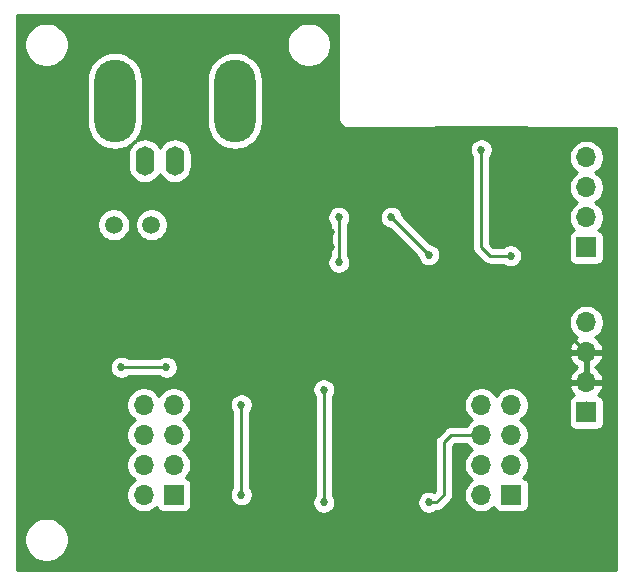
<source format=gbr>
G04 #@! TF.GenerationSoftware,KiCad,Pcbnew,5.1.5*
G04 #@! TF.CreationDate,2020-02-28T10:53:43-06:00*
G04 #@! TF.ProjectId,pcb,7063622e-6b69-4636-9164-5f7063625858,rev?*
G04 #@! TF.SameCoordinates,Original*
G04 #@! TF.FileFunction,Copper,L2,Bot*
G04 #@! TF.FilePolarity,Positive*
%FSLAX46Y46*%
G04 Gerber Fmt 4.6, Leading zero omitted, Abs format (unit mm)*
G04 Created by KiCad (PCBNEW 5.1.5) date 2020-02-28 10:53:43*
%MOMM*%
%LPD*%
G04 APERTURE LIST*
%ADD10C,1.500000*%
%ADD11O,1.700000X1.700000*%
%ADD12R,1.700000X1.700000*%
%ADD13O,1.600000X2.500000*%
%ADD14O,3.500000X7.000000*%
%ADD15C,0.685800*%
%ADD16C,0.254000*%
G04 APERTURE END LIST*
D10*
X20320000Y-78740000D03*
X23495000Y-78740000D03*
D11*
X22860000Y-93980000D03*
X25400000Y-93980000D03*
X22860000Y-96520000D03*
X25400000Y-96520000D03*
X22860000Y-99060000D03*
X25400000Y-99060000D03*
X22860000Y-101600000D03*
D12*
X25400000Y-101600000D03*
D13*
X22940000Y-73320000D03*
X25480000Y-73320000D03*
D14*
X30560000Y-68240000D03*
X20400000Y-68240000D03*
D11*
X51435000Y-93980000D03*
X53975000Y-93980000D03*
X51435000Y-96520000D03*
X53975000Y-96520000D03*
X51435000Y-99060000D03*
X53975000Y-99060000D03*
X51435000Y-101600000D03*
D12*
X53975000Y-101600000D03*
D11*
X60325000Y-73025000D03*
X60325000Y-75565000D03*
X60325000Y-78105000D03*
D12*
X60325000Y-80645000D03*
D11*
X60325000Y-86995000D03*
X60325000Y-89535000D03*
X60325000Y-92075000D03*
D12*
X60325000Y-94615000D03*
D15*
X41275000Y-86360000D03*
X48895000Y-86995000D03*
X53975000Y-86995000D03*
X45085000Y-105410000D03*
X41275000Y-83820000D03*
X45085000Y-102870000D03*
X44450000Y-90170000D03*
X55880000Y-72390000D03*
X43815000Y-73025000D03*
X43180000Y-95250000D03*
X42545000Y-99695000D03*
X38735000Y-79375000D03*
X38735000Y-80645000D03*
X38100000Y-92710000D03*
X38100000Y-102235000D03*
X39370000Y-81915000D03*
X39370000Y-78105000D03*
X43815000Y-78105000D03*
X46990000Y-81280000D03*
X53910000Y-81345000D03*
X51435000Y-72390000D03*
X31115000Y-93980000D03*
X31115000Y-101600000D03*
X46990000Y-102235000D03*
X20955000Y-90805000D03*
X24765000Y-90805000D03*
D16*
X41275000Y-83820000D02*
X41275000Y-86360000D01*
X41275000Y-86995000D02*
X44450000Y-90170000D01*
X41275000Y-86360000D02*
X41275000Y-86995000D01*
X47625000Y-86995000D02*
X44450000Y-90170000D01*
X48895000Y-86995000D02*
X47625000Y-86995000D01*
X48895000Y-86995000D02*
X53975000Y-86995000D01*
X44450000Y-90170000D02*
X43180000Y-91440000D01*
X43180000Y-91440000D02*
X43180000Y-95250000D01*
X43180000Y-100965000D02*
X45085000Y-102870000D01*
X45085000Y-102870000D02*
X45085000Y-105410000D01*
X60325000Y-89535000D02*
X60325000Y-92075000D01*
X57785000Y-86995000D02*
X60325000Y-89535000D01*
X56515000Y-86995000D02*
X57785000Y-86995000D01*
X55880000Y-72390000D02*
X55880000Y-86995000D01*
X53975000Y-86995000D02*
X55880000Y-86995000D01*
X55880000Y-86995000D02*
X56515000Y-86995000D01*
X55245000Y-70485000D02*
X55880000Y-71120000D01*
X47625000Y-70485000D02*
X55245000Y-70485000D01*
X55880000Y-71120000D02*
X55880000Y-72390000D01*
X43815000Y-73025000D02*
X45085000Y-73025000D01*
X45085000Y-73025000D02*
X47625000Y-70485000D01*
X55880000Y-86995000D02*
X55880000Y-86995000D01*
X43180000Y-95250000D02*
X43180000Y-97790000D01*
X42545000Y-99695000D02*
X43180000Y-99695000D01*
X43180000Y-97790000D02*
X43180000Y-99695000D01*
X43180000Y-99695000D02*
X43180000Y-100965000D01*
X38735000Y-79375000D02*
X38735000Y-80645000D01*
X38100000Y-92710000D02*
X38100000Y-102235000D01*
X38100000Y-102235000D02*
X38100000Y-102235000D01*
X39370000Y-81915000D02*
X39370000Y-78105000D01*
X39370000Y-78105000D02*
X39370000Y-78105000D01*
X43815000Y-78105000D02*
X46990000Y-81280000D01*
X46990000Y-81280000D02*
X46990000Y-81280000D01*
X52135000Y-81345000D02*
X51435000Y-80645000D01*
X51435000Y-80645000D02*
X51435000Y-73025000D01*
X53910000Y-81345000D02*
X52135000Y-81345000D01*
X51435000Y-73025000D02*
X51435000Y-72390000D01*
X51435000Y-72390000D02*
X51435000Y-72390000D01*
X60325000Y-94615000D02*
X60325000Y-93746514D01*
X31115000Y-93980000D02*
X31115000Y-101600000D01*
X46990000Y-102235000D02*
X46990000Y-102235000D01*
X48260000Y-97155000D02*
X48895000Y-96520000D01*
X48895000Y-96520000D02*
X51435000Y-96520000D01*
X46990000Y-102235000D02*
X47625000Y-102235000D01*
X47625000Y-102235000D02*
X48260000Y-101600000D01*
X48260000Y-101600000D02*
X48260000Y-97155000D01*
X20955000Y-90805000D02*
X24765000Y-90805000D01*
X24765000Y-90805000D02*
X24765000Y-90805000D01*
G36*
X39345001Y-69817571D02*
G01*
X39341807Y-69850000D01*
X39354550Y-69979383D01*
X39392290Y-70103793D01*
X39453575Y-70218450D01*
X39536052Y-70318948D01*
X39636550Y-70401425D01*
X39751207Y-70462710D01*
X39875617Y-70500450D01*
X39972581Y-70510000D01*
X40005000Y-70513193D01*
X40037419Y-70510000D01*
X62840000Y-70510000D01*
X62840001Y-107925000D01*
X12090000Y-107925000D01*
X12090000Y-105224344D01*
X12720000Y-105224344D01*
X12720000Y-105595656D01*
X12792439Y-105959834D01*
X12934534Y-106302882D01*
X13140825Y-106611618D01*
X13403382Y-106874175D01*
X13712118Y-107080466D01*
X14055166Y-107222561D01*
X14419344Y-107295000D01*
X14790656Y-107295000D01*
X15154834Y-107222561D01*
X15497882Y-107080466D01*
X15806618Y-106874175D01*
X16069175Y-106611618D01*
X16275466Y-106302882D01*
X16417561Y-105959834D01*
X16490000Y-105595656D01*
X16490000Y-105224344D01*
X16417561Y-104860166D01*
X16275466Y-104517118D01*
X16069175Y-104208382D01*
X15806618Y-103945825D01*
X15497882Y-103739534D01*
X15154834Y-103597439D01*
X14790656Y-103525000D01*
X14419344Y-103525000D01*
X14055166Y-103597439D01*
X13712118Y-103739534D01*
X13403382Y-103945825D01*
X13140825Y-104208382D01*
X12934534Y-104517118D01*
X12792439Y-104860166D01*
X12720000Y-105224344D01*
X12090000Y-105224344D01*
X12090000Y-93833740D01*
X21375000Y-93833740D01*
X21375000Y-94126260D01*
X21432068Y-94413158D01*
X21544010Y-94683411D01*
X21706525Y-94926632D01*
X21913368Y-95133475D01*
X22087760Y-95250000D01*
X21913368Y-95366525D01*
X21706525Y-95573368D01*
X21544010Y-95816589D01*
X21432068Y-96086842D01*
X21375000Y-96373740D01*
X21375000Y-96666260D01*
X21432068Y-96953158D01*
X21544010Y-97223411D01*
X21706525Y-97466632D01*
X21913368Y-97673475D01*
X22087760Y-97790000D01*
X21913368Y-97906525D01*
X21706525Y-98113368D01*
X21544010Y-98356589D01*
X21432068Y-98626842D01*
X21375000Y-98913740D01*
X21375000Y-99206260D01*
X21432068Y-99493158D01*
X21544010Y-99763411D01*
X21706525Y-100006632D01*
X21913368Y-100213475D01*
X22087760Y-100330000D01*
X21913368Y-100446525D01*
X21706525Y-100653368D01*
X21544010Y-100896589D01*
X21432068Y-101166842D01*
X21375000Y-101453740D01*
X21375000Y-101746260D01*
X21432068Y-102033158D01*
X21544010Y-102303411D01*
X21706525Y-102546632D01*
X21913368Y-102753475D01*
X22156589Y-102915990D01*
X22426842Y-103027932D01*
X22713740Y-103085000D01*
X23006260Y-103085000D01*
X23293158Y-103027932D01*
X23563411Y-102915990D01*
X23806632Y-102753475D01*
X23938487Y-102621620D01*
X23960498Y-102694180D01*
X24019463Y-102804494D01*
X24098815Y-102901185D01*
X24195506Y-102980537D01*
X24305820Y-103039502D01*
X24425518Y-103075812D01*
X24550000Y-103088072D01*
X26250000Y-103088072D01*
X26374482Y-103075812D01*
X26494180Y-103039502D01*
X26604494Y-102980537D01*
X26701185Y-102901185D01*
X26780537Y-102804494D01*
X26839502Y-102694180D01*
X26875812Y-102574482D01*
X26888072Y-102450000D01*
X26888072Y-100750000D01*
X26875812Y-100625518D01*
X26839502Y-100505820D01*
X26780537Y-100395506D01*
X26701185Y-100298815D01*
X26604494Y-100219463D01*
X26494180Y-100160498D01*
X26421620Y-100138487D01*
X26553475Y-100006632D01*
X26715990Y-99763411D01*
X26827932Y-99493158D01*
X26885000Y-99206260D01*
X26885000Y-98913740D01*
X26827932Y-98626842D01*
X26715990Y-98356589D01*
X26553475Y-98113368D01*
X26346632Y-97906525D01*
X26172240Y-97790000D01*
X26346632Y-97673475D01*
X26553475Y-97466632D01*
X26715990Y-97223411D01*
X26827932Y-96953158D01*
X26885000Y-96666260D01*
X26885000Y-96373740D01*
X26827932Y-96086842D01*
X26715990Y-95816589D01*
X26553475Y-95573368D01*
X26346632Y-95366525D01*
X26172240Y-95250000D01*
X26346632Y-95133475D01*
X26553475Y-94926632D01*
X26715990Y-94683411D01*
X26827932Y-94413158D01*
X26885000Y-94126260D01*
X26885000Y-93883685D01*
X30137100Y-93883685D01*
X30137100Y-94076315D01*
X30174680Y-94265243D01*
X30248396Y-94443210D01*
X30353000Y-94599761D01*
X30353001Y-100980238D01*
X30248396Y-101136790D01*
X30174680Y-101314757D01*
X30137100Y-101503685D01*
X30137100Y-101696315D01*
X30174680Y-101885243D01*
X30248396Y-102063210D01*
X30355415Y-102223375D01*
X30491625Y-102359585D01*
X30651790Y-102466604D01*
X30829757Y-102540320D01*
X31018685Y-102577900D01*
X31211315Y-102577900D01*
X31400243Y-102540320D01*
X31578210Y-102466604D01*
X31738375Y-102359585D01*
X31874585Y-102223375D01*
X31981604Y-102063210D01*
X32055320Y-101885243D01*
X32092900Y-101696315D01*
X32092900Y-101503685D01*
X32055320Y-101314757D01*
X31981604Y-101136790D01*
X31877000Y-100980239D01*
X31877000Y-94599761D01*
X31981604Y-94443210D01*
X32055320Y-94265243D01*
X32092900Y-94076315D01*
X32092900Y-93883685D01*
X32055320Y-93694757D01*
X31981604Y-93516790D01*
X31874585Y-93356625D01*
X31738375Y-93220415D01*
X31578210Y-93113396D01*
X31400243Y-93039680D01*
X31211315Y-93002100D01*
X31018685Y-93002100D01*
X30829757Y-93039680D01*
X30651790Y-93113396D01*
X30491625Y-93220415D01*
X30355415Y-93356625D01*
X30248396Y-93516790D01*
X30174680Y-93694757D01*
X30137100Y-93883685D01*
X26885000Y-93883685D01*
X26885000Y-93833740D01*
X26827932Y-93546842D01*
X26715990Y-93276589D01*
X26553475Y-93033368D01*
X26346632Y-92826525D01*
X26103411Y-92664010D01*
X25981916Y-92613685D01*
X37122100Y-92613685D01*
X37122100Y-92806315D01*
X37159680Y-92995243D01*
X37233396Y-93173210D01*
X37338000Y-93329761D01*
X37338001Y-101615238D01*
X37233396Y-101771790D01*
X37159680Y-101949757D01*
X37122100Y-102138685D01*
X37122100Y-102331315D01*
X37159680Y-102520243D01*
X37233396Y-102698210D01*
X37340415Y-102858375D01*
X37476625Y-102994585D01*
X37636790Y-103101604D01*
X37814757Y-103175320D01*
X38003685Y-103212900D01*
X38196315Y-103212900D01*
X38385243Y-103175320D01*
X38563210Y-103101604D01*
X38723375Y-102994585D01*
X38859585Y-102858375D01*
X38966604Y-102698210D01*
X39040320Y-102520243D01*
X39077900Y-102331315D01*
X39077900Y-102138685D01*
X46012100Y-102138685D01*
X46012100Y-102331315D01*
X46049680Y-102520243D01*
X46123396Y-102698210D01*
X46230415Y-102858375D01*
X46366625Y-102994585D01*
X46526790Y-103101604D01*
X46704757Y-103175320D01*
X46893685Y-103212900D01*
X47086315Y-103212900D01*
X47275243Y-103175320D01*
X47453210Y-103101604D01*
X47606911Y-102998904D01*
X47625000Y-103000686D01*
X47662423Y-102997000D01*
X47662426Y-102997000D01*
X47774378Y-102985974D01*
X47918015Y-102942402D01*
X48050392Y-102871645D01*
X48166422Y-102776422D01*
X48190284Y-102747346D01*
X48772347Y-102165283D01*
X48801422Y-102141422D01*
X48890272Y-102033158D01*
X48896645Y-102025393D01*
X48967401Y-101893016D01*
X48967402Y-101893015D01*
X49010974Y-101749378D01*
X49022000Y-101637426D01*
X49022000Y-101637423D01*
X49025686Y-101600000D01*
X49022000Y-101562577D01*
X49022000Y-97470630D01*
X49210630Y-97282000D01*
X50158158Y-97282000D01*
X50281525Y-97466632D01*
X50488368Y-97673475D01*
X50662760Y-97790000D01*
X50488368Y-97906525D01*
X50281525Y-98113368D01*
X50119010Y-98356589D01*
X50007068Y-98626842D01*
X49950000Y-98913740D01*
X49950000Y-99206260D01*
X50007068Y-99493158D01*
X50119010Y-99763411D01*
X50281525Y-100006632D01*
X50488368Y-100213475D01*
X50662760Y-100330000D01*
X50488368Y-100446525D01*
X50281525Y-100653368D01*
X50119010Y-100896589D01*
X50007068Y-101166842D01*
X49950000Y-101453740D01*
X49950000Y-101746260D01*
X50007068Y-102033158D01*
X50119010Y-102303411D01*
X50281525Y-102546632D01*
X50488368Y-102753475D01*
X50731589Y-102915990D01*
X51001842Y-103027932D01*
X51288740Y-103085000D01*
X51581260Y-103085000D01*
X51868158Y-103027932D01*
X52138411Y-102915990D01*
X52381632Y-102753475D01*
X52513487Y-102621620D01*
X52535498Y-102694180D01*
X52594463Y-102804494D01*
X52673815Y-102901185D01*
X52770506Y-102980537D01*
X52880820Y-103039502D01*
X53000518Y-103075812D01*
X53125000Y-103088072D01*
X54825000Y-103088072D01*
X54949482Y-103075812D01*
X55069180Y-103039502D01*
X55179494Y-102980537D01*
X55276185Y-102901185D01*
X55355537Y-102804494D01*
X55414502Y-102694180D01*
X55450812Y-102574482D01*
X55463072Y-102450000D01*
X55463072Y-100750000D01*
X55450812Y-100625518D01*
X55414502Y-100505820D01*
X55355537Y-100395506D01*
X55276185Y-100298815D01*
X55179494Y-100219463D01*
X55069180Y-100160498D01*
X54996620Y-100138487D01*
X55128475Y-100006632D01*
X55290990Y-99763411D01*
X55402932Y-99493158D01*
X55460000Y-99206260D01*
X55460000Y-98913740D01*
X55402932Y-98626842D01*
X55290990Y-98356589D01*
X55128475Y-98113368D01*
X54921632Y-97906525D01*
X54747240Y-97790000D01*
X54921632Y-97673475D01*
X55128475Y-97466632D01*
X55290990Y-97223411D01*
X55402932Y-96953158D01*
X55460000Y-96666260D01*
X55460000Y-96373740D01*
X55402932Y-96086842D01*
X55290990Y-95816589D01*
X55128475Y-95573368D01*
X54921632Y-95366525D01*
X54747240Y-95250000D01*
X54921632Y-95133475D01*
X55128475Y-94926632D01*
X55290990Y-94683411D01*
X55402932Y-94413158D01*
X55460000Y-94126260D01*
X55460000Y-93833740D01*
X55446327Y-93765000D01*
X58836928Y-93765000D01*
X58836928Y-95465000D01*
X58849188Y-95589482D01*
X58885498Y-95709180D01*
X58944463Y-95819494D01*
X59023815Y-95916185D01*
X59120506Y-95995537D01*
X59230820Y-96054502D01*
X59350518Y-96090812D01*
X59475000Y-96103072D01*
X61175000Y-96103072D01*
X61299482Y-96090812D01*
X61419180Y-96054502D01*
X61529494Y-95995537D01*
X61626185Y-95916185D01*
X61705537Y-95819494D01*
X61764502Y-95709180D01*
X61800812Y-95589482D01*
X61813072Y-95465000D01*
X61813072Y-93765000D01*
X61800812Y-93640518D01*
X61764502Y-93520820D01*
X61705537Y-93410506D01*
X61626185Y-93313815D01*
X61529494Y-93234463D01*
X61419180Y-93175498D01*
X61338534Y-93151034D01*
X61422588Y-93075269D01*
X61596641Y-92841920D01*
X61721825Y-92579099D01*
X61766476Y-92431890D01*
X61645155Y-92202000D01*
X60452000Y-92202000D01*
X60452000Y-92222000D01*
X60198000Y-92222000D01*
X60198000Y-92202000D01*
X59004845Y-92202000D01*
X58883524Y-92431890D01*
X58928175Y-92579099D01*
X59053359Y-92841920D01*
X59227412Y-93075269D01*
X59311466Y-93151034D01*
X59230820Y-93175498D01*
X59120506Y-93234463D01*
X59023815Y-93313815D01*
X58944463Y-93410506D01*
X58885498Y-93520820D01*
X58849188Y-93640518D01*
X58836928Y-93765000D01*
X55446327Y-93765000D01*
X55402932Y-93546842D01*
X55290990Y-93276589D01*
X55128475Y-93033368D01*
X54921632Y-92826525D01*
X54678411Y-92664010D01*
X54408158Y-92552068D01*
X54121260Y-92495000D01*
X53828740Y-92495000D01*
X53541842Y-92552068D01*
X53271589Y-92664010D01*
X53028368Y-92826525D01*
X52821525Y-93033368D01*
X52705000Y-93207760D01*
X52588475Y-93033368D01*
X52381632Y-92826525D01*
X52138411Y-92664010D01*
X51868158Y-92552068D01*
X51581260Y-92495000D01*
X51288740Y-92495000D01*
X51001842Y-92552068D01*
X50731589Y-92664010D01*
X50488368Y-92826525D01*
X50281525Y-93033368D01*
X50119010Y-93276589D01*
X50007068Y-93546842D01*
X49950000Y-93833740D01*
X49950000Y-94126260D01*
X50007068Y-94413158D01*
X50119010Y-94683411D01*
X50281525Y-94926632D01*
X50488368Y-95133475D01*
X50662760Y-95250000D01*
X50488368Y-95366525D01*
X50281525Y-95573368D01*
X50158158Y-95758000D01*
X48932423Y-95758000D01*
X48895000Y-95754314D01*
X48857577Y-95758000D01*
X48857574Y-95758000D01*
X48745622Y-95769026D01*
X48601985Y-95812598D01*
X48540364Y-95845535D01*
X48469607Y-95883355D01*
X48429604Y-95916185D01*
X48353578Y-95978578D01*
X48329716Y-96007654D01*
X47747649Y-96589721D01*
X47718579Y-96613578D01*
X47694722Y-96642648D01*
X47694721Y-96642649D01*
X47623355Y-96729608D01*
X47552599Y-96861985D01*
X47509027Y-97005622D01*
X47494314Y-97155000D01*
X47498001Y-97192433D01*
X47498000Y-101284370D01*
X47425466Y-101356904D01*
X47275243Y-101294680D01*
X47086315Y-101257100D01*
X46893685Y-101257100D01*
X46704757Y-101294680D01*
X46526790Y-101368396D01*
X46366625Y-101475415D01*
X46230415Y-101611625D01*
X46123396Y-101771790D01*
X46049680Y-101949757D01*
X46012100Y-102138685D01*
X39077900Y-102138685D01*
X39040320Y-101949757D01*
X38966604Y-101771790D01*
X38862000Y-101615239D01*
X38862000Y-93329761D01*
X38966604Y-93173210D01*
X39040320Y-92995243D01*
X39077900Y-92806315D01*
X39077900Y-92613685D01*
X39040320Y-92424757D01*
X38966604Y-92246790D01*
X38859585Y-92086625D01*
X38723375Y-91950415D01*
X38563210Y-91843396D01*
X38385243Y-91769680D01*
X38196315Y-91732100D01*
X38003685Y-91732100D01*
X37814757Y-91769680D01*
X37636790Y-91843396D01*
X37476625Y-91950415D01*
X37340415Y-92086625D01*
X37233396Y-92246790D01*
X37159680Y-92424757D01*
X37122100Y-92613685D01*
X25981916Y-92613685D01*
X25833158Y-92552068D01*
X25546260Y-92495000D01*
X25253740Y-92495000D01*
X24966842Y-92552068D01*
X24696589Y-92664010D01*
X24453368Y-92826525D01*
X24246525Y-93033368D01*
X24130000Y-93207760D01*
X24013475Y-93033368D01*
X23806632Y-92826525D01*
X23563411Y-92664010D01*
X23293158Y-92552068D01*
X23006260Y-92495000D01*
X22713740Y-92495000D01*
X22426842Y-92552068D01*
X22156589Y-92664010D01*
X21913368Y-92826525D01*
X21706525Y-93033368D01*
X21544010Y-93276589D01*
X21432068Y-93546842D01*
X21375000Y-93833740D01*
X12090000Y-93833740D01*
X12090000Y-90708685D01*
X19977100Y-90708685D01*
X19977100Y-90901315D01*
X20014680Y-91090243D01*
X20088396Y-91268210D01*
X20195415Y-91428375D01*
X20331625Y-91564585D01*
X20491790Y-91671604D01*
X20669757Y-91745320D01*
X20858685Y-91782900D01*
X21051315Y-91782900D01*
X21240243Y-91745320D01*
X21418210Y-91671604D01*
X21574761Y-91567000D01*
X24145239Y-91567000D01*
X24301790Y-91671604D01*
X24479757Y-91745320D01*
X24668685Y-91782900D01*
X24861315Y-91782900D01*
X25050243Y-91745320D01*
X25228210Y-91671604D01*
X25388375Y-91564585D01*
X25524585Y-91428375D01*
X25631604Y-91268210D01*
X25705320Y-91090243D01*
X25742900Y-90901315D01*
X25742900Y-90708685D01*
X25705320Y-90519757D01*
X25631604Y-90341790D01*
X25524585Y-90181625D01*
X25388375Y-90045415D01*
X25228210Y-89938396D01*
X25115935Y-89891890D01*
X58883524Y-89891890D01*
X58928175Y-90039099D01*
X59053359Y-90301920D01*
X59227412Y-90535269D01*
X59443645Y-90730178D01*
X59569255Y-90805000D01*
X59443645Y-90879822D01*
X59227412Y-91074731D01*
X59053359Y-91308080D01*
X58928175Y-91570901D01*
X58883524Y-91718110D01*
X59004845Y-91948000D01*
X60198000Y-91948000D01*
X60198000Y-89662000D01*
X60452000Y-89662000D01*
X60452000Y-91948000D01*
X61645155Y-91948000D01*
X61766476Y-91718110D01*
X61721825Y-91570901D01*
X61596641Y-91308080D01*
X61422588Y-91074731D01*
X61206355Y-90879822D01*
X61080745Y-90805000D01*
X61206355Y-90730178D01*
X61422588Y-90535269D01*
X61596641Y-90301920D01*
X61721825Y-90039099D01*
X61766476Y-89891890D01*
X61645155Y-89662000D01*
X60452000Y-89662000D01*
X60198000Y-89662000D01*
X59004845Y-89662000D01*
X58883524Y-89891890D01*
X25115935Y-89891890D01*
X25050243Y-89864680D01*
X24861315Y-89827100D01*
X24668685Y-89827100D01*
X24479757Y-89864680D01*
X24301790Y-89938396D01*
X24145239Y-90043000D01*
X21574761Y-90043000D01*
X21418210Y-89938396D01*
X21240243Y-89864680D01*
X21051315Y-89827100D01*
X20858685Y-89827100D01*
X20669757Y-89864680D01*
X20491790Y-89938396D01*
X20331625Y-90045415D01*
X20195415Y-90181625D01*
X20088396Y-90341790D01*
X20014680Y-90519757D01*
X19977100Y-90708685D01*
X12090000Y-90708685D01*
X12090000Y-86848740D01*
X58840000Y-86848740D01*
X58840000Y-87141260D01*
X58897068Y-87428158D01*
X59009010Y-87698411D01*
X59171525Y-87941632D01*
X59378368Y-88148475D01*
X59560534Y-88270195D01*
X59443645Y-88339822D01*
X59227412Y-88534731D01*
X59053359Y-88768080D01*
X58928175Y-89030901D01*
X58883524Y-89178110D01*
X59004845Y-89408000D01*
X60198000Y-89408000D01*
X60198000Y-89388000D01*
X60452000Y-89388000D01*
X60452000Y-89408000D01*
X61645155Y-89408000D01*
X61766476Y-89178110D01*
X61721825Y-89030901D01*
X61596641Y-88768080D01*
X61422588Y-88534731D01*
X61206355Y-88339822D01*
X61089466Y-88270195D01*
X61271632Y-88148475D01*
X61478475Y-87941632D01*
X61640990Y-87698411D01*
X61752932Y-87428158D01*
X61810000Y-87141260D01*
X61810000Y-86848740D01*
X61752932Y-86561842D01*
X61640990Y-86291589D01*
X61478475Y-86048368D01*
X61271632Y-85841525D01*
X61028411Y-85679010D01*
X60758158Y-85567068D01*
X60471260Y-85510000D01*
X60178740Y-85510000D01*
X59891842Y-85567068D01*
X59621589Y-85679010D01*
X59378368Y-85841525D01*
X59171525Y-86048368D01*
X59009010Y-86291589D01*
X58897068Y-86561842D01*
X58840000Y-86848740D01*
X12090000Y-86848740D01*
X12090000Y-78603589D01*
X18935000Y-78603589D01*
X18935000Y-78876411D01*
X18988225Y-79143989D01*
X19092629Y-79396043D01*
X19244201Y-79622886D01*
X19437114Y-79815799D01*
X19663957Y-79967371D01*
X19916011Y-80071775D01*
X20183589Y-80125000D01*
X20456411Y-80125000D01*
X20723989Y-80071775D01*
X20976043Y-79967371D01*
X21202886Y-79815799D01*
X21395799Y-79622886D01*
X21547371Y-79396043D01*
X21651775Y-79143989D01*
X21705000Y-78876411D01*
X21705000Y-78603589D01*
X22110000Y-78603589D01*
X22110000Y-78876411D01*
X22163225Y-79143989D01*
X22267629Y-79396043D01*
X22419201Y-79622886D01*
X22612114Y-79815799D01*
X22838957Y-79967371D01*
X23091011Y-80071775D01*
X23358589Y-80125000D01*
X23631411Y-80125000D01*
X23898989Y-80071775D01*
X24151043Y-79967371D01*
X24377886Y-79815799D01*
X24570799Y-79622886D01*
X24722371Y-79396043D01*
X24826775Y-79143989D01*
X24880000Y-78876411D01*
X24880000Y-78603589D01*
X24826775Y-78336011D01*
X24722371Y-78083957D01*
X24672076Y-78008685D01*
X38392100Y-78008685D01*
X38392100Y-78201315D01*
X38429680Y-78390243D01*
X38503396Y-78568210D01*
X38608001Y-78724762D01*
X38608000Y-81295239D01*
X38503396Y-81451790D01*
X38429680Y-81629757D01*
X38392100Y-81818685D01*
X38392100Y-82011315D01*
X38429680Y-82200243D01*
X38503396Y-82378210D01*
X38610415Y-82538375D01*
X38746625Y-82674585D01*
X38906790Y-82781604D01*
X39084757Y-82855320D01*
X39273685Y-82892900D01*
X39466315Y-82892900D01*
X39655243Y-82855320D01*
X39833210Y-82781604D01*
X39993375Y-82674585D01*
X40129585Y-82538375D01*
X40236604Y-82378210D01*
X40310320Y-82200243D01*
X40347900Y-82011315D01*
X40347900Y-81818685D01*
X40310320Y-81629757D01*
X40236604Y-81451790D01*
X40132000Y-81295239D01*
X40132000Y-78724761D01*
X40236604Y-78568210D01*
X40310320Y-78390243D01*
X40347900Y-78201315D01*
X40347900Y-78008685D01*
X42837100Y-78008685D01*
X42837100Y-78201315D01*
X42874680Y-78390243D01*
X42948396Y-78568210D01*
X43055415Y-78728375D01*
X43191625Y-78864585D01*
X43351790Y-78971604D01*
X43529757Y-79045320D01*
X43714422Y-79082052D01*
X46012948Y-81380579D01*
X46049680Y-81565243D01*
X46123396Y-81743210D01*
X46230415Y-81903375D01*
X46366625Y-82039585D01*
X46526790Y-82146604D01*
X46704757Y-82220320D01*
X46893685Y-82257900D01*
X47086315Y-82257900D01*
X47275243Y-82220320D01*
X47453210Y-82146604D01*
X47613375Y-82039585D01*
X47749585Y-81903375D01*
X47856604Y-81743210D01*
X47930320Y-81565243D01*
X47967900Y-81376315D01*
X47967900Y-81183685D01*
X47930320Y-80994757D01*
X47856604Y-80816790D01*
X47749585Y-80656625D01*
X47613375Y-80520415D01*
X47453210Y-80413396D01*
X47275243Y-80339680D01*
X47090579Y-80302948D01*
X44792052Y-78004422D01*
X44755320Y-77819757D01*
X44681604Y-77641790D01*
X44574585Y-77481625D01*
X44438375Y-77345415D01*
X44278210Y-77238396D01*
X44100243Y-77164680D01*
X43911315Y-77127100D01*
X43718685Y-77127100D01*
X43529757Y-77164680D01*
X43351790Y-77238396D01*
X43191625Y-77345415D01*
X43055415Y-77481625D01*
X42948396Y-77641790D01*
X42874680Y-77819757D01*
X42837100Y-78008685D01*
X40347900Y-78008685D01*
X40310320Y-77819757D01*
X40236604Y-77641790D01*
X40129585Y-77481625D01*
X39993375Y-77345415D01*
X39833210Y-77238396D01*
X39655243Y-77164680D01*
X39466315Y-77127100D01*
X39273685Y-77127100D01*
X39084757Y-77164680D01*
X38906790Y-77238396D01*
X38746625Y-77345415D01*
X38610415Y-77481625D01*
X38503396Y-77641790D01*
X38429680Y-77819757D01*
X38392100Y-78008685D01*
X24672076Y-78008685D01*
X24570799Y-77857114D01*
X24377886Y-77664201D01*
X24151043Y-77512629D01*
X23898989Y-77408225D01*
X23631411Y-77355000D01*
X23358589Y-77355000D01*
X23091011Y-77408225D01*
X22838957Y-77512629D01*
X22612114Y-77664201D01*
X22419201Y-77857114D01*
X22267629Y-78083957D01*
X22163225Y-78336011D01*
X22110000Y-78603589D01*
X21705000Y-78603589D01*
X21651775Y-78336011D01*
X21547371Y-78083957D01*
X21395799Y-77857114D01*
X21202886Y-77664201D01*
X20976043Y-77512629D01*
X20723989Y-77408225D01*
X20456411Y-77355000D01*
X20183589Y-77355000D01*
X19916011Y-77408225D01*
X19663957Y-77512629D01*
X19437114Y-77664201D01*
X19244201Y-77857114D01*
X19092629Y-78083957D01*
X18988225Y-78336011D01*
X18935000Y-78603589D01*
X12090000Y-78603589D01*
X12090000Y-72799509D01*
X21505000Y-72799509D01*
X21505000Y-73840492D01*
X21525764Y-74051309D01*
X21607818Y-74321808D01*
X21741068Y-74571101D01*
X21920393Y-74789608D01*
X22138900Y-74968932D01*
X22388193Y-75102182D01*
X22658692Y-75184236D01*
X22940000Y-75211943D01*
X23221309Y-75184236D01*
X23491808Y-75102182D01*
X23741101Y-74968932D01*
X23959608Y-74789608D01*
X24138932Y-74571101D01*
X24210000Y-74438142D01*
X24281068Y-74571101D01*
X24460393Y-74789608D01*
X24678900Y-74968932D01*
X24928193Y-75102182D01*
X25198692Y-75184236D01*
X25480000Y-75211943D01*
X25761309Y-75184236D01*
X26031808Y-75102182D01*
X26281101Y-74968932D01*
X26499608Y-74789608D01*
X26678932Y-74571101D01*
X26812182Y-74321808D01*
X26894236Y-74051309D01*
X26915000Y-73840491D01*
X26915000Y-72799508D01*
X26894236Y-72588691D01*
X26812182Y-72318192D01*
X26678932Y-72068899D01*
X26499607Y-71850392D01*
X26281100Y-71671068D01*
X26031807Y-71537818D01*
X25761308Y-71455764D01*
X25480000Y-71428057D01*
X25198691Y-71455764D01*
X24928192Y-71537818D01*
X24678899Y-71671068D01*
X24460392Y-71850393D01*
X24281068Y-72068900D01*
X24210000Y-72201858D01*
X24138932Y-72068899D01*
X23959607Y-71850392D01*
X23741100Y-71671068D01*
X23491807Y-71537818D01*
X23221308Y-71455764D01*
X22940000Y-71428057D01*
X22658691Y-71455764D01*
X22388192Y-71537818D01*
X22138899Y-71671068D01*
X21920392Y-71850393D01*
X21741068Y-72068900D01*
X21607818Y-72318193D01*
X21525764Y-72588692D01*
X21505000Y-72799509D01*
X12090000Y-72799509D01*
X12090000Y-66372844D01*
X18015000Y-66372844D01*
X18015000Y-70107157D01*
X18049511Y-70457542D01*
X18185888Y-70907116D01*
X18407352Y-71321446D01*
X18705392Y-71684609D01*
X19068555Y-71982649D01*
X19482885Y-72204113D01*
X19932459Y-72340490D01*
X20400000Y-72386539D01*
X20867542Y-72340490D01*
X21317116Y-72204113D01*
X21731446Y-71982649D01*
X22094609Y-71684609D01*
X22392649Y-71321446D01*
X22614113Y-70907116D01*
X22750490Y-70457542D01*
X22785000Y-70107157D01*
X22785000Y-66372844D01*
X28175000Y-66372844D01*
X28175000Y-70107157D01*
X28209511Y-70457542D01*
X28345888Y-70907116D01*
X28567352Y-71321446D01*
X28865392Y-71684609D01*
X29228555Y-71982649D01*
X29642885Y-72204113D01*
X30092459Y-72340490D01*
X30560000Y-72386539D01*
X31027542Y-72340490D01*
X31181837Y-72293685D01*
X50457100Y-72293685D01*
X50457100Y-72486315D01*
X50494680Y-72675243D01*
X50568396Y-72853210D01*
X50673000Y-73009761D01*
X50673000Y-73062425D01*
X50673001Y-73062435D01*
X50673000Y-80607577D01*
X50669314Y-80645000D01*
X50673000Y-80682423D01*
X50673000Y-80682425D01*
X50684026Y-80794377D01*
X50727598Y-80938014D01*
X50753773Y-80986984D01*
X50798355Y-81070392D01*
X50837983Y-81118678D01*
X50893578Y-81186422D01*
X50922653Y-81210283D01*
X51569720Y-81857351D01*
X51593578Y-81886422D01*
X51709608Y-81981645D01*
X51841985Y-82052402D01*
X51985622Y-82095974D01*
X52097574Y-82107000D01*
X52097583Y-82107000D01*
X52134999Y-82110685D01*
X52172415Y-82107000D01*
X53290239Y-82107000D01*
X53446790Y-82211604D01*
X53624757Y-82285320D01*
X53813685Y-82322900D01*
X54006315Y-82322900D01*
X54195243Y-82285320D01*
X54373210Y-82211604D01*
X54533375Y-82104585D01*
X54669585Y-81968375D01*
X54776604Y-81808210D01*
X54850320Y-81630243D01*
X54887900Y-81441315D01*
X54887900Y-81248685D01*
X54850320Y-81059757D01*
X54776604Y-80881790D01*
X54669585Y-80721625D01*
X54533375Y-80585415D01*
X54373210Y-80478396D01*
X54195243Y-80404680D01*
X54006315Y-80367100D01*
X53813685Y-80367100D01*
X53624757Y-80404680D01*
X53446790Y-80478396D01*
X53290239Y-80583000D01*
X52450631Y-80583000D01*
X52197000Y-80329370D01*
X52197000Y-79795000D01*
X58836928Y-79795000D01*
X58836928Y-81495000D01*
X58849188Y-81619482D01*
X58885498Y-81739180D01*
X58944463Y-81849494D01*
X59023815Y-81946185D01*
X59120506Y-82025537D01*
X59230820Y-82084502D01*
X59350518Y-82120812D01*
X59475000Y-82133072D01*
X61175000Y-82133072D01*
X61299482Y-82120812D01*
X61419180Y-82084502D01*
X61529494Y-82025537D01*
X61626185Y-81946185D01*
X61705537Y-81849494D01*
X61764502Y-81739180D01*
X61800812Y-81619482D01*
X61813072Y-81495000D01*
X61813072Y-79795000D01*
X61800812Y-79670518D01*
X61764502Y-79550820D01*
X61705537Y-79440506D01*
X61626185Y-79343815D01*
X61529494Y-79264463D01*
X61419180Y-79205498D01*
X61346620Y-79183487D01*
X61478475Y-79051632D01*
X61640990Y-78808411D01*
X61752932Y-78538158D01*
X61810000Y-78251260D01*
X61810000Y-77958740D01*
X61752932Y-77671842D01*
X61640990Y-77401589D01*
X61478475Y-77158368D01*
X61271632Y-76951525D01*
X61097240Y-76835000D01*
X61271632Y-76718475D01*
X61478475Y-76511632D01*
X61640990Y-76268411D01*
X61752932Y-75998158D01*
X61810000Y-75711260D01*
X61810000Y-75418740D01*
X61752932Y-75131842D01*
X61640990Y-74861589D01*
X61478475Y-74618368D01*
X61271632Y-74411525D01*
X61097240Y-74295000D01*
X61271632Y-74178475D01*
X61478475Y-73971632D01*
X61640990Y-73728411D01*
X61752932Y-73458158D01*
X61810000Y-73171260D01*
X61810000Y-72878740D01*
X61752932Y-72591842D01*
X61640990Y-72321589D01*
X61478475Y-72078368D01*
X61271632Y-71871525D01*
X61028411Y-71709010D01*
X60758158Y-71597068D01*
X60471260Y-71540000D01*
X60178740Y-71540000D01*
X59891842Y-71597068D01*
X59621589Y-71709010D01*
X59378368Y-71871525D01*
X59171525Y-72078368D01*
X59009010Y-72321589D01*
X58897068Y-72591842D01*
X58840000Y-72878740D01*
X58840000Y-73171260D01*
X58897068Y-73458158D01*
X59009010Y-73728411D01*
X59171525Y-73971632D01*
X59378368Y-74178475D01*
X59552760Y-74295000D01*
X59378368Y-74411525D01*
X59171525Y-74618368D01*
X59009010Y-74861589D01*
X58897068Y-75131842D01*
X58840000Y-75418740D01*
X58840000Y-75711260D01*
X58897068Y-75998158D01*
X59009010Y-76268411D01*
X59171525Y-76511632D01*
X59378368Y-76718475D01*
X59552760Y-76835000D01*
X59378368Y-76951525D01*
X59171525Y-77158368D01*
X59009010Y-77401589D01*
X58897068Y-77671842D01*
X58840000Y-77958740D01*
X58840000Y-78251260D01*
X58897068Y-78538158D01*
X59009010Y-78808411D01*
X59171525Y-79051632D01*
X59303380Y-79183487D01*
X59230820Y-79205498D01*
X59120506Y-79264463D01*
X59023815Y-79343815D01*
X58944463Y-79440506D01*
X58885498Y-79550820D01*
X58849188Y-79670518D01*
X58836928Y-79795000D01*
X52197000Y-79795000D01*
X52197000Y-73009761D01*
X52301604Y-72853210D01*
X52375320Y-72675243D01*
X52412900Y-72486315D01*
X52412900Y-72293685D01*
X52375320Y-72104757D01*
X52301604Y-71926790D01*
X52194585Y-71766625D01*
X52058375Y-71630415D01*
X51898210Y-71523396D01*
X51720243Y-71449680D01*
X51531315Y-71412100D01*
X51338685Y-71412100D01*
X51149757Y-71449680D01*
X50971790Y-71523396D01*
X50811625Y-71630415D01*
X50675415Y-71766625D01*
X50568396Y-71926790D01*
X50494680Y-72104757D01*
X50457100Y-72293685D01*
X31181837Y-72293685D01*
X31477116Y-72204113D01*
X31891446Y-71982649D01*
X32254609Y-71684609D01*
X32552649Y-71321446D01*
X32774113Y-70907116D01*
X32910490Y-70457542D01*
X32945000Y-70107157D01*
X32945000Y-66372843D01*
X32910490Y-66022458D01*
X32774113Y-65572884D01*
X32552649Y-65158554D01*
X32254609Y-64795391D01*
X31891445Y-64497351D01*
X31477115Y-64275887D01*
X31027541Y-64139510D01*
X30560000Y-64093461D01*
X30092458Y-64139510D01*
X29642884Y-64275887D01*
X29228554Y-64497351D01*
X28865391Y-64795391D01*
X28567351Y-65158555D01*
X28345887Y-65572885D01*
X28209510Y-66022459D01*
X28175000Y-66372844D01*
X22785000Y-66372844D01*
X22785000Y-66372843D01*
X22750490Y-66022458D01*
X22614113Y-65572884D01*
X22392649Y-65158554D01*
X22094609Y-64795391D01*
X21731445Y-64497351D01*
X21317115Y-64275887D01*
X20867541Y-64139510D01*
X20400000Y-64093461D01*
X19932458Y-64139510D01*
X19482884Y-64275887D01*
X19068554Y-64497351D01*
X18705391Y-64795391D01*
X18407351Y-65158555D01*
X18185887Y-65572885D01*
X18049510Y-66022459D01*
X18015000Y-66372844D01*
X12090000Y-66372844D01*
X12090000Y-63314344D01*
X12720000Y-63314344D01*
X12720000Y-63685656D01*
X12792439Y-64049834D01*
X12934534Y-64392882D01*
X13140825Y-64701618D01*
X13403382Y-64964175D01*
X13712118Y-65170466D01*
X14055166Y-65312561D01*
X14419344Y-65385000D01*
X14790656Y-65385000D01*
X15154834Y-65312561D01*
X15497882Y-65170466D01*
X15806618Y-64964175D01*
X16069175Y-64701618D01*
X16275466Y-64392882D01*
X16417561Y-64049834D01*
X16490000Y-63685656D01*
X16490000Y-63314344D01*
X34945000Y-63314344D01*
X34945000Y-63685656D01*
X35017439Y-64049834D01*
X35159534Y-64392882D01*
X35365825Y-64701618D01*
X35628382Y-64964175D01*
X35937118Y-65170466D01*
X36280166Y-65312561D01*
X36644344Y-65385000D01*
X37015656Y-65385000D01*
X37379834Y-65312561D01*
X37722882Y-65170466D01*
X38031618Y-64964175D01*
X38294175Y-64701618D01*
X38500466Y-64392882D01*
X38642561Y-64049834D01*
X38715000Y-63685656D01*
X38715000Y-63314344D01*
X38642561Y-62950166D01*
X38500466Y-62607118D01*
X38294175Y-62298382D01*
X38031618Y-62035825D01*
X37722882Y-61829534D01*
X37379834Y-61687439D01*
X37015656Y-61615000D01*
X36644344Y-61615000D01*
X36280166Y-61687439D01*
X35937118Y-61829534D01*
X35628382Y-62035825D01*
X35365825Y-62298382D01*
X35159534Y-62607118D01*
X35017439Y-62950166D01*
X34945000Y-63314344D01*
X16490000Y-63314344D01*
X16417561Y-62950166D01*
X16275466Y-62607118D01*
X16069175Y-62298382D01*
X15806618Y-62035825D01*
X15497882Y-61829534D01*
X15154834Y-61687439D01*
X14790656Y-61615000D01*
X14419344Y-61615000D01*
X14055166Y-61687439D01*
X13712118Y-61829534D01*
X13403382Y-62035825D01*
X13140825Y-62298382D01*
X12934534Y-62607118D01*
X12792439Y-62950166D01*
X12720000Y-63314344D01*
X12090000Y-63314344D01*
X12090000Y-60985000D01*
X39345000Y-60985000D01*
X39345001Y-69817571D01*
G37*
X39345001Y-69817571D02*
X39341807Y-69850000D01*
X39354550Y-69979383D01*
X39392290Y-70103793D01*
X39453575Y-70218450D01*
X39536052Y-70318948D01*
X39636550Y-70401425D01*
X39751207Y-70462710D01*
X39875617Y-70500450D01*
X39972581Y-70510000D01*
X40005000Y-70513193D01*
X40037419Y-70510000D01*
X62840000Y-70510000D01*
X62840001Y-107925000D01*
X12090000Y-107925000D01*
X12090000Y-105224344D01*
X12720000Y-105224344D01*
X12720000Y-105595656D01*
X12792439Y-105959834D01*
X12934534Y-106302882D01*
X13140825Y-106611618D01*
X13403382Y-106874175D01*
X13712118Y-107080466D01*
X14055166Y-107222561D01*
X14419344Y-107295000D01*
X14790656Y-107295000D01*
X15154834Y-107222561D01*
X15497882Y-107080466D01*
X15806618Y-106874175D01*
X16069175Y-106611618D01*
X16275466Y-106302882D01*
X16417561Y-105959834D01*
X16490000Y-105595656D01*
X16490000Y-105224344D01*
X16417561Y-104860166D01*
X16275466Y-104517118D01*
X16069175Y-104208382D01*
X15806618Y-103945825D01*
X15497882Y-103739534D01*
X15154834Y-103597439D01*
X14790656Y-103525000D01*
X14419344Y-103525000D01*
X14055166Y-103597439D01*
X13712118Y-103739534D01*
X13403382Y-103945825D01*
X13140825Y-104208382D01*
X12934534Y-104517118D01*
X12792439Y-104860166D01*
X12720000Y-105224344D01*
X12090000Y-105224344D01*
X12090000Y-93833740D01*
X21375000Y-93833740D01*
X21375000Y-94126260D01*
X21432068Y-94413158D01*
X21544010Y-94683411D01*
X21706525Y-94926632D01*
X21913368Y-95133475D01*
X22087760Y-95250000D01*
X21913368Y-95366525D01*
X21706525Y-95573368D01*
X21544010Y-95816589D01*
X21432068Y-96086842D01*
X21375000Y-96373740D01*
X21375000Y-96666260D01*
X21432068Y-96953158D01*
X21544010Y-97223411D01*
X21706525Y-97466632D01*
X21913368Y-97673475D01*
X22087760Y-97790000D01*
X21913368Y-97906525D01*
X21706525Y-98113368D01*
X21544010Y-98356589D01*
X21432068Y-98626842D01*
X21375000Y-98913740D01*
X21375000Y-99206260D01*
X21432068Y-99493158D01*
X21544010Y-99763411D01*
X21706525Y-100006632D01*
X21913368Y-100213475D01*
X22087760Y-100330000D01*
X21913368Y-100446525D01*
X21706525Y-100653368D01*
X21544010Y-100896589D01*
X21432068Y-101166842D01*
X21375000Y-101453740D01*
X21375000Y-101746260D01*
X21432068Y-102033158D01*
X21544010Y-102303411D01*
X21706525Y-102546632D01*
X21913368Y-102753475D01*
X22156589Y-102915990D01*
X22426842Y-103027932D01*
X22713740Y-103085000D01*
X23006260Y-103085000D01*
X23293158Y-103027932D01*
X23563411Y-102915990D01*
X23806632Y-102753475D01*
X23938487Y-102621620D01*
X23960498Y-102694180D01*
X24019463Y-102804494D01*
X24098815Y-102901185D01*
X24195506Y-102980537D01*
X24305820Y-103039502D01*
X24425518Y-103075812D01*
X24550000Y-103088072D01*
X26250000Y-103088072D01*
X26374482Y-103075812D01*
X26494180Y-103039502D01*
X26604494Y-102980537D01*
X26701185Y-102901185D01*
X26780537Y-102804494D01*
X26839502Y-102694180D01*
X26875812Y-102574482D01*
X26888072Y-102450000D01*
X26888072Y-100750000D01*
X26875812Y-100625518D01*
X26839502Y-100505820D01*
X26780537Y-100395506D01*
X26701185Y-100298815D01*
X26604494Y-100219463D01*
X26494180Y-100160498D01*
X26421620Y-100138487D01*
X26553475Y-100006632D01*
X26715990Y-99763411D01*
X26827932Y-99493158D01*
X26885000Y-99206260D01*
X26885000Y-98913740D01*
X26827932Y-98626842D01*
X26715990Y-98356589D01*
X26553475Y-98113368D01*
X26346632Y-97906525D01*
X26172240Y-97790000D01*
X26346632Y-97673475D01*
X26553475Y-97466632D01*
X26715990Y-97223411D01*
X26827932Y-96953158D01*
X26885000Y-96666260D01*
X26885000Y-96373740D01*
X26827932Y-96086842D01*
X26715990Y-95816589D01*
X26553475Y-95573368D01*
X26346632Y-95366525D01*
X26172240Y-95250000D01*
X26346632Y-95133475D01*
X26553475Y-94926632D01*
X26715990Y-94683411D01*
X26827932Y-94413158D01*
X26885000Y-94126260D01*
X26885000Y-93883685D01*
X30137100Y-93883685D01*
X30137100Y-94076315D01*
X30174680Y-94265243D01*
X30248396Y-94443210D01*
X30353000Y-94599761D01*
X30353001Y-100980238D01*
X30248396Y-101136790D01*
X30174680Y-101314757D01*
X30137100Y-101503685D01*
X30137100Y-101696315D01*
X30174680Y-101885243D01*
X30248396Y-102063210D01*
X30355415Y-102223375D01*
X30491625Y-102359585D01*
X30651790Y-102466604D01*
X30829757Y-102540320D01*
X31018685Y-102577900D01*
X31211315Y-102577900D01*
X31400243Y-102540320D01*
X31578210Y-102466604D01*
X31738375Y-102359585D01*
X31874585Y-102223375D01*
X31981604Y-102063210D01*
X32055320Y-101885243D01*
X32092900Y-101696315D01*
X32092900Y-101503685D01*
X32055320Y-101314757D01*
X31981604Y-101136790D01*
X31877000Y-100980239D01*
X31877000Y-94599761D01*
X31981604Y-94443210D01*
X32055320Y-94265243D01*
X32092900Y-94076315D01*
X32092900Y-93883685D01*
X32055320Y-93694757D01*
X31981604Y-93516790D01*
X31874585Y-93356625D01*
X31738375Y-93220415D01*
X31578210Y-93113396D01*
X31400243Y-93039680D01*
X31211315Y-93002100D01*
X31018685Y-93002100D01*
X30829757Y-93039680D01*
X30651790Y-93113396D01*
X30491625Y-93220415D01*
X30355415Y-93356625D01*
X30248396Y-93516790D01*
X30174680Y-93694757D01*
X30137100Y-93883685D01*
X26885000Y-93883685D01*
X26885000Y-93833740D01*
X26827932Y-93546842D01*
X26715990Y-93276589D01*
X26553475Y-93033368D01*
X26346632Y-92826525D01*
X26103411Y-92664010D01*
X25981916Y-92613685D01*
X37122100Y-92613685D01*
X37122100Y-92806315D01*
X37159680Y-92995243D01*
X37233396Y-93173210D01*
X37338000Y-93329761D01*
X37338001Y-101615238D01*
X37233396Y-101771790D01*
X37159680Y-101949757D01*
X37122100Y-102138685D01*
X37122100Y-102331315D01*
X37159680Y-102520243D01*
X37233396Y-102698210D01*
X37340415Y-102858375D01*
X37476625Y-102994585D01*
X37636790Y-103101604D01*
X37814757Y-103175320D01*
X38003685Y-103212900D01*
X38196315Y-103212900D01*
X38385243Y-103175320D01*
X38563210Y-103101604D01*
X38723375Y-102994585D01*
X38859585Y-102858375D01*
X38966604Y-102698210D01*
X39040320Y-102520243D01*
X39077900Y-102331315D01*
X39077900Y-102138685D01*
X46012100Y-102138685D01*
X46012100Y-102331315D01*
X46049680Y-102520243D01*
X46123396Y-102698210D01*
X46230415Y-102858375D01*
X46366625Y-102994585D01*
X46526790Y-103101604D01*
X46704757Y-103175320D01*
X46893685Y-103212900D01*
X47086315Y-103212900D01*
X47275243Y-103175320D01*
X47453210Y-103101604D01*
X47606911Y-102998904D01*
X47625000Y-103000686D01*
X47662423Y-102997000D01*
X47662426Y-102997000D01*
X47774378Y-102985974D01*
X47918015Y-102942402D01*
X48050392Y-102871645D01*
X48166422Y-102776422D01*
X48190284Y-102747346D01*
X48772347Y-102165283D01*
X48801422Y-102141422D01*
X48890272Y-102033158D01*
X48896645Y-102025393D01*
X48967401Y-101893016D01*
X48967402Y-101893015D01*
X49010974Y-101749378D01*
X49022000Y-101637426D01*
X49022000Y-101637423D01*
X49025686Y-101600000D01*
X49022000Y-101562577D01*
X49022000Y-97470630D01*
X49210630Y-97282000D01*
X50158158Y-97282000D01*
X50281525Y-97466632D01*
X50488368Y-97673475D01*
X50662760Y-97790000D01*
X50488368Y-97906525D01*
X50281525Y-98113368D01*
X50119010Y-98356589D01*
X50007068Y-98626842D01*
X49950000Y-98913740D01*
X49950000Y-99206260D01*
X50007068Y-99493158D01*
X50119010Y-99763411D01*
X50281525Y-100006632D01*
X50488368Y-100213475D01*
X50662760Y-100330000D01*
X50488368Y-100446525D01*
X50281525Y-100653368D01*
X50119010Y-100896589D01*
X50007068Y-101166842D01*
X49950000Y-101453740D01*
X49950000Y-101746260D01*
X50007068Y-102033158D01*
X50119010Y-102303411D01*
X50281525Y-102546632D01*
X50488368Y-102753475D01*
X50731589Y-102915990D01*
X51001842Y-103027932D01*
X51288740Y-103085000D01*
X51581260Y-103085000D01*
X51868158Y-103027932D01*
X52138411Y-102915990D01*
X52381632Y-102753475D01*
X52513487Y-102621620D01*
X52535498Y-102694180D01*
X52594463Y-102804494D01*
X52673815Y-102901185D01*
X52770506Y-102980537D01*
X52880820Y-103039502D01*
X53000518Y-103075812D01*
X53125000Y-103088072D01*
X54825000Y-103088072D01*
X54949482Y-103075812D01*
X55069180Y-103039502D01*
X55179494Y-102980537D01*
X55276185Y-102901185D01*
X55355537Y-102804494D01*
X55414502Y-102694180D01*
X55450812Y-102574482D01*
X55463072Y-102450000D01*
X55463072Y-100750000D01*
X55450812Y-100625518D01*
X55414502Y-100505820D01*
X55355537Y-100395506D01*
X55276185Y-100298815D01*
X55179494Y-100219463D01*
X55069180Y-100160498D01*
X54996620Y-100138487D01*
X55128475Y-100006632D01*
X55290990Y-99763411D01*
X55402932Y-99493158D01*
X55460000Y-99206260D01*
X55460000Y-98913740D01*
X55402932Y-98626842D01*
X55290990Y-98356589D01*
X55128475Y-98113368D01*
X54921632Y-97906525D01*
X54747240Y-97790000D01*
X54921632Y-97673475D01*
X55128475Y-97466632D01*
X55290990Y-97223411D01*
X55402932Y-96953158D01*
X55460000Y-96666260D01*
X55460000Y-96373740D01*
X55402932Y-96086842D01*
X55290990Y-95816589D01*
X55128475Y-95573368D01*
X54921632Y-95366525D01*
X54747240Y-95250000D01*
X54921632Y-95133475D01*
X55128475Y-94926632D01*
X55290990Y-94683411D01*
X55402932Y-94413158D01*
X55460000Y-94126260D01*
X55460000Y-93833740D01*
X55446327Y-93765000D01*
X58836928Y-93765000D01*
X58836928Y-95465000D01*
X58849188Y-95589482D01*
X58885498Y-95709180D01*
X58944463Y-95819494D01*
X59023815Y-95916185D01*
X59120506Y-95995537D01*
X59230820Y-96054502D01*
X59350518Y-96090812D01*
X59475000Y-96103072D01*
X61175000Y-96103072D01*
X61299482Y-96090812D01*
X61419180Y-96054502D01*
X61529494Y-95995537D01*
X61626185Y-95916185D01*
X61705537Y-95819494D01*
X61764502Y-95709180D01*
X61800812Y-95589482D01*
X61813072Y-95465000D01*
X61813072Y-93765000D01*
X61800812Y-93640518D01*
X61764502Y-93520820D01*
X61705537Y-93410506D01*
X61626185Y-93313815D01*
X61529494Y-93234463D01*
X61419180Y-93175498D01*
X61338534Y-93151034D01*
X61422588Y-93075269D01*
X61596641Y-92841920D01*
X61721825Y-92579099D01*
X61766476Y-92431890D01*
X61645155Y-92202000D01*
X60452000Y-92202000D01*
X60452000Y-92222000D01*
X60198000Y-92222000D01*
X60198000Y-92202000D01*
X59004845Y-92202000D01*
X58883524Y-92431890D01*
X58928175Y-92579099D01*
X59053359Y-92841920D01*
X59227412Y-93075269D01*
X59311466Y-93151034D01*
X59230820Y-93175498D01*
X59120506Y-93234463D01*
X59023815Y-93313815D01*
X58944463Y-93410506D01*
X58885498Y-93520820D01*
X58849188Y-93640518D01*
X58836928Y-93765000D01*
X55446327Y-93765000D01*
X55402932Y-93546842D01*
X55290990Y-93276589D01*
X55128475Y-93033368D01*
X54921632Y-92826525D01*
X54678411Y-92664010D01*
X54408158Y-92552068D01*
X54121260Y-92495000D01*
X53828740Y-92495000D01*
X53541842Y-92552068D01*
X53271589Y-92664010D01*
X53028368Y-92826525D01*
X52821525Y-93033368D01*
X52705000Y-93207760D01*
X52588475Y-93033368D01*
X52381632Y-92826525D01*
X52138411Y-92664010D01*
X51868158Y-92552068D01*
X51581260Y-92495000D01*
X51288740Y-92495000D01*
X51001842Y-92552068D01*
X50731589Y-92664010D01*
X50488368Y-92826525D01*
X50281525Y-93033368D01*
X50119010Y-93276589D01*
X50007068Y-93546842D01*
X49950000Y-93833740D01*
X49950000Y-94126260D01*
X50007068Y-94413158D01*
X50119010Y-94683411D01*
X50281525Y-94926632D01*
X50488368Y-95133475D01*
X50662760Y-95250000D01*
X50488368Y-95366525D01*
X50281525Y-95573368D01*
X50158158Y-95758000D01*
X48932423Y-95758000D01*
X48895000Y-95754314D01*
X48857577Y-95758000D01*
X48857574Y-95758000D01*
X48745622Y-95769026D01*
X48601985Y-95812598D01*
X48540364Y-95845535D01*
X48469607Y-95883355D01*
X48429604Y-95916185D01*
X48353578Y-95978578D01*
X48329716Y-96007654D01*
X47747649Y-96589721D01*
X47718579Y-96613578D01*
X47694722Y-96642648D01*
X47694721Y-96642649D01*
X47623355Y-96729608D01*
X47552599Y-96861985D01*
X47509027Y-97005622D01*
X47494314Y-97155000D01*
X47498001Y-97192433D01*
X47498000Y-101284370D01*
X47425466Y-101356904D01*
X47275243Y-101294680D01*
X47086315Y-101257100D01*
X46893685Y-101257100D01*
X46704757Y-101294680D01*
X46526790Y-101368396D01*
X46366625Y-101475415D01*
X46230415Y-101611625D01*
X46123396Y-101771790D01*
X46049680Y-101949757D01*
X46012100Y-102138685D01*
X39077900Y-102138685D01*
X39040320Y-101949757D01*
X38966604Y-101771790D01*
X38862000Y-101615239D01*
X38862000Y-93329761D01*
X38966604Y-93173210D01*
X39040320Y-92995243D01*
X39077900Y-92806315D01*
X39077900Y-92613685D01*
X39040320Y-92424757D01*
X38966604Y-92246790D01*
X38859585Y-92086625D01*
X38723375Y-91950415D01*
X38563210Y-91843396D01*
X38385243Y-91769680D01*
X38196315Y-91732100D01*
X38003685Y-91732100D01*
X37814757Y-91769680D01*
X37636790Y-91843396D01*
X37476625Y-91950415D01*
X37340415Y-92086625D01*
X37233396Y-92246790D01*
X37159680Y-92424757D01*
X37122100Y-92613685D01*
X25981916Y-92613685D01*
X25833158Y-92552068D01*
X25546260Y-92495000D01*
X25253740Y-92495000D01*
X24966842Y-92552068D01*
X24696589Y-92664010D01*
X24453368Y-92826525D01*
X24246525Y-93033368D01*
X24130000Y-93207760D01*
X24013475Y-93033368D01*
X23806632Y-92826525D01*
X23563411Y-92664010D01*
X23293158Y-92552068D01*
X23006260Y-92495000D01*
X22713740Y-92495000D01*
X22426842Y-92552068D01*
X22156589Y-92664010D01*
X21913368Y-92826525D01*
X21706525Y-93033368D01*
X21544010Y-93276589D01*
X21432068Y-93546842D01*
X21375000Y-93833740D01*
X12090000Y-93833740D01*
X12090000Y-90708685D01*
X19977100Y-90708685D01*
X19977100Y-90901315D01*
X20014680Y-91090243D01*
X20088396Y-91268210D01*
X20195415Y-91428375D01*
X20331625Y-91564585D01*
X20491790Y-91671604D01*
X20669757Y-91745320D01*
X20858685Y-91782900D01*
X21051315Y-91782900D01*
X21240243Y-91745320D01*
X21418210Y-91671604D01*
X21574761Y-91567000D01*
X24145239Y-91567000D01*
X24301790Y-91671604D01*
X24479757Y-91745320D01*
X24668685Y-91782900D01*
X24861315Y-91782900D01*
X25050243Y-91745320D01*
X25228210Y-91671604D01*
X25388375Y-91564585D01*
X25524585Y-91428375D01*
X25631604Y-91268210D01*
X25705320Y-91090243D01*
X25742900Y-90901315D01*
X25742900Y-90708685D01*
X25705320Y-90519757D01*
X25631604Y-90341790D01*
X25524585Y-90181625D01*
X25388375Y-90045415D01*
X25228210Y-89938396D01*
X25115935Y-89891890D01*
X58883524Y-89891890D01*
X58928175Y-90039099D01*
X59053359Y-90301920D01*
X59227412Y-90535269D01*
X59443645Y-90730178D01*
X59569255Y-90805000D01*
X59443645Y-90879822D01*
X59227412Y-91074731D01*
X59053359Y-91308080D01*
X58928175Y-91570901D01*
X58883524Y-91718110D01*
X59004845Y-91948000D01*
X60198000Y-91948000D01*
X60198000Y-89662000D01*
X60452000Y-89662000D01*
X60452000Y-91948000D01*
X61645155Y-91948000D01*
X61766476Y-91718110D01*
X61721825Y-91570901D01*
X61596641Y-91308080D01*
X61422588Y-91074731D01*
X61206355Y-90879822D01*
X61080745Y-90805000D01*
X61206355Y-90730178D01*
X61422588Y-90535269D01*
X61596641Y-90301920D01*
X61721825Y-90039099D01*
X61766476Y-89891890D01*
X61645155Y-89662000D01*
X60452000Y-89662000D01*
X60198000Y-89662000D01*
X59004845Y-89662000D01*
X58883524Y-89891890D01*
X25115935Y-89891890D01*
X25050243Y-89864680D01*
X24861315Y-89827100D01*
X24668685Y-89827100D01*
X24479757Y-89864680D01*
X24301790Y-89938396D01*
X24145239Y-90043000D01*
X21574761Y-90043000D01*
X21418210Y-89938396D01*
X21240243Y-89864680D01*
X21051315Y-89827100D01*
X20858685Y-89827100D01*
X20669757Y-89864680D01*
X20491790Y-89938396D01*
X20331625Y-90045415D01*
X20195415Y-90181625D01*
X20088396Y-90341790D01*
X20014680Y-90519757D01*
X19977100Y-90708685D01*
X12090000Y-90708685D01*
X12090000Y-86848740D01*
X58840000Y-86848740D01*
X58840000Y-87141260D01*
X58897068Y-87428158D01*
X59009010Y-87698411D01*
X59171525Y-87941632D01*
X59378368Y-88148475D01*
X59560534Y-88270195D01*
X59443645Y-88339822D01*
X59227412Y-88534731D01*
X59053359Y-88768080D01*
X58928175Y-89030901D01*
X58883524Y-89178110D01*
X59004845Y-89408000D01*
X60198000Y-89408000D01*
X60198000Y-89388000D01*
X60452000Y-89388000D01*
X60452000Y-89408000D01*
X61645155Y-89408000D01*
X61766476Y-89178110D01*
X61721825Y-89030901D01*
X61596641Y-88768080D01*
X61422588Y-88534731D01*
X61206355Y-88339822D01*
X61089466Y-88270195D01*
X61271632Y-88148475D01*
X61478475Y-87941632D01*
X61640990Y-87698411D01*
X61752932Y-87428158D01*
X61810000Y-87141260D01*
X61810000Y-86848740D01*
X61752932Y-86561842D01*
X61640990Y-86291589D01*
X61478475Y-86048368D01*
X61271632Y-85841525D01*
X61028411Y-85679010D01*
X60758158Y-85567068D01*
X60471260Y-85510000D01*
X60178740Y-85510000D01*
X59891842Y-85567068D01*
X59621589Y-85679010D01*
X59378368Y-85841525D01*
X59171525Y-86048368D01*
X59009010Y-86291589D01*
X58897068Y-86561842D01*
X58840000Y-86848740D01*
X12090000Y-86848740D01*
X12090000Y-78603589D01*
X18935000Y-78603589D01*
X18935000Y-78876411D01*
X18988225Y-79143989D01*
X19092629Y-79396043D01*
X19244201Y-79622886D01*
X19437114Y-79815799D01*
X19663957Y-79967371D01*
X19916011Y-80071775D01*
X20183589Y-80125000D01*
X20456411Y-80125000D01*
X20723989Y-80071775D01*
X20976043Y-79967371D01*
X21202886Y-79815799D01*
X21395799Y-79622886D01*
X21547371Y-79396043D01*
X21651775Y-79143989D01*
X21705000Y-78876411D01*
X21705000Y-78603589D01*
X22110000Y-78603589D01*
X22110000Y-78876411D01*
X22163225Y-79143989D01*
X22267629Y-79396043D01*
X22419201Y-79622886D01*
X22612114Y-79815799D01*
X22838957Y-79967371D01*
X23091011Y-80071775D01*
X23358589Y-80125000D01*
X23631411Y-80125000D01*
X23898989Y-80071775D01*
X24151043Y-79967371D01*
X24377886Y-79815799D01*
X24570799Y-79622886D01*
X24722371Y-79396043D01*
X24826775Y-79143989D01*
X24880000Y-78876411D01*
X24880000Y-78603589D01*
X24826775Y-78336011D01*
X24722371Y-78083957D01*
X24672076Y-78008685D01*
X38392100Y-78008685D01*
X38392100Y-78201315D01*
X38429680Y-78390243D01*
X38503396Y-78568210D01*
X38608001Y-78724762D01*
X38608000Y-81295239D01*
X38503396Y-81451790D01*
X38429680Y-81629757D01*
X38392100Y-81818685D01*
X38392100Y-82011315D01*
X38429680Y-82200243D01*
X38503396Y-82378210D01*
X38610415Y-82538375D01*
X38746625Y-82674585D01*
X38906790Y-82781604D01*
X39084757Y-82855320D01*
X39273685Y-82892900D01*
X39466315Y-82892900D01*
X39655243Y-82855320D01*
X39833210Y-82781604D01*
X39993375Y-82674585D01*
X40129585Y-82538375D01*
X40236604Y-82378210D01*
X40310320Y-82200243D01*
X40347900Y-82011315D01*
X40347900Y-81818685D01*
X40310320Y-81629757D01*
X40236604Y-81451790D01*
X40132000Y-81295239D01*
X40132000Y-78724761D01*
X40236604Y-78568210D01*
X40310320Y-78390243D01*
X40347900Y-78201315D01*
X40347900Y-78008685D01*
X42837100Y-78008685D01*
X42837100Y-78201315D01*
X42874680Y-78390243D01*
X42948396Y-78568210D01*
X43055415Y-78728375D01*
X43191625Y-78864585D01*
X43351790Y-78971604D01*
X43529757Y-79045320D01*
X43714422Y-79082052D01*
X46012948Y-81380579D01*
X46049680Y-81565243D01*
X46123396Y-81743210D01*
X46230415Y-81903375D01*
X46366625Y-82039585D01*
X46526790Y-82146604D01*
X46704757Y-82220320D01*
X46893685Y-82257900D01*
X47086315Y-82257900D01*
X47275243Y-82220320D01*
X47453210Y-82146604D01*
X47613375Y-82039585D01*
X47749585Y-81903375D01*
X47856604Y-81743210D01*
X47930320Y-81565243D01*
X47967900Y-81376315D01*
X47967900Y-81183685D01*
X47930320Y-80994757D01*
X47856604Y-80816790D01*
X47749585Y-80656625D01*
X47613375Y-80520415D01*
X47453210Y-80413396D01*
X47275243Y-80339680D01*
X47090579Y-80302948D01*
X44792052Y-78004422D01*
X44755320Y-77819757D01*
X44681604Y-77641790D01*
X44574585Y-77481625D01*
X44438375Y-77345415D01*
X44278210Y-77238396D01*
X44100243Y-77164680D01*
X43911315Y-77127100D01*
X43718685Y-77127100D01*
X43529757Y-77164680D01*
X43351790Y-77238396D01*
X43191625Y-77345415D01*
X43055415Y-77481625D01*
X42948396Y-77641790D01*
X42874680Y-77819757D01*
X42837100Y-78008685D01*
X40347900Y-78008685D01*
X40310320Y-77819757D01*
X40236604Y-77641790D01*
X40129585Y-77481625D01*
X39993375Y-77345415D01*
X39833210Y-77238396D01*
X39655243Y-77164680D01*
X39466315Y-77127100D01*
X39273685Y-77127100D01*
X39084757Y-77164680D01*
X38906790Y-77238396D01*
X38746625Y-77345415D01*
X38610415Y-77481625D01*
X38503396Y-77641790D01*
X38429680Y-77819757D01*
X38392100Y-78008685D01*
X24672076Y-78008685D01*
X24570799Y-77857114D01*
X24377886Y-77664201D01*
X24151043Y-77512629D01*
X23898989Y-77408225D01*
X23631411Y-77355000D01*
X23358589Y-77355000D01*
X23091011Y-77408225D01*
X22838957Y-77512629D01*
X22612114Y-77664201D01*
X22419201Y-77857114D01*
X22267629Y-78083957D01*
X22163225Y-78336011D01*
X22110000Y-78603589D01*
X21705000Y-78603589D01*
X21651775Y-78336011D01*
X21547371Y-78083957D01*
X21395799Y-77857114D01*
X21202886Y-77664201D01*
X20976043Y-77512629D01*
X20723989Y-77408225D01*
X20456411Y-77355000D01*
X20183589Y-77355000D01*
X19916011Y-77408225D01*
X19663957Y-77512629D01*
X19437114Y-77664201D01*
X19244201Y-77857114D01*
X19092629Y-78083957D01*
X18988225Y-78336011D01*
X18935000Y-78603589D01*
X12090000Y-78603589D01*
X12090000Y-72799509D01*
X21505000Y-72799509D01*
X21505000Y-73840492D01*
X21525764Y-74051309D01*
X21607818Y-74321808D01*
X21741068Y-74571101D01*
X21920393Y-74789608D01*
X22138900Y-74968932D01*
X22388193Y-75102182D01*
X22658692Y-75184236D01*
X22940000Y-75211943D01*
X23221309Y-75184236D01*
X23491808Y-75102182D01*
X23741101Y-74968932D01*
X23959608Y-74789608D01*
X24138932Y-74571101D01*
X24210000Y-74438142D01*
X24281068Y-74571101D01*
X24460393Y-74789608D01*
X24678900Y-74968932D01*
X24928193Y-75102182D01*
X25198692Y-75184236D01*
X25480000Y-75211943D01*
X25761309Y-75184236D01*
X26031808Y-75102182D01*
X26281101Y-74968932D01*
X26499608Y-74789608D01*
X26678932Y-74571101D01*
X26812182Y-74321808D01*
X26894236Y-74051309D01*
X26915000Y-73840491D01*
X26915000Y-72799508D01*
X26894236Y-72588691D01*
X26812182Y-72318192D01*
X26678932Y-72068899D01*
X26499607Y-71850392D01*
X26281100Y-71671068D01*
X26031807Y-71537818D01*
X25761308Y-71455764D01*
X25480000Y-71428057D01*
X25198691Y-71455764D01*
X24928192Y-71537818D01*
X24678899Y-71671068D01*
X24460392Y-71850393D01*
X24281068Y-72068900D01*
X24210000Y-72201858D01*
X24138932Y-72068899D01*
X23959607Y-71850392D01*
X23741100Y-71671068D01*
X23491807Y-71537818D01*
X23221308Y-71455764D01*
X22940000Y-71428057D01*
X22658691Y-71455764D01*
X22388192Y-71537818D01*
X22138899Y-71671068D01*
X21920392Y-71850393D01*
X21741068Y-72068900D01*
X21607818Y-72318193D01*
X21525764Y-72588692D01*
X21505000Y-72799509D01*
X12090000Y-72799509D01*
X12090000Y-66372844D01*
X18015000Y-66372844D01*
X18015000Y-70107157D01*
X18049511Y-70457542D01*
X18185888Y-70907116D01*
X18407352Y-71321446D01*
X18705392Y-71684609D01*
X19068555Y-71982649D01*
X19482885Y-72204113D01*
X19932459Y-72340490D01*
X20400000Y-72386539D01*
X20867542Y-72340490D01*
X21317116Y-72204113D01*
X21731446Y-71982649D01*
X22094609Y-71684609D01*
X22392649Y-71321446D01*
X22614113Y-70907116D01*
X22750490Y-70457542D01*
X22785000Y-70107157D01*
X22785000Y-66372844D01*
X28175000Y-66372844D01*
X28175000Y-70107157D01*
X28209511Y-70457542D01*
X28345888Y-70907116D01*
X28567352Y-71321446D01*
X28865392Y-71684609D01*
X29228555Y-71982649D01*
X29642885Y-72204113D01*
X30092459Y-72340490D01*
X30560000Y-72386539D01*
X31027542Y-72340490D01*
X31181837Y-72293685D01*
X50457100Y-72293685D01*
X50457100Y-72486315D01*
X50494680Y-72675243D01*
X50568396Y-72853210D01*
X50673000Y-73009761D01*
X50673000Y-73062425D01*
X50673001Y-73062435D01*
X50673000Y-80607577D01*
X50669314Y-80645000D01*
X50673000Y-80682423D01*
X50673000Y-80682425D01*
X50684026Y-80794377D01*
X50727598Y-80938014D01*
X50753773Y-80986984D01*
X50798355Y-81070392D01*
X50837983Y-81118678D01*
X50893578Y-81186422D01*
X50922653Y-81210283D01*
X51569720Y-81857351D01*
X51593578Y-81886422D01*
X51709608Y-81981645D01*
X51841985Y-82052402D01*
X51985622Y-82095974D01*
X52097574Y-82107000D01*
X52097583Y-82107000D01*
X52134999Y-82110685D01*
X52172415Y-82107000D01*
X53290239Y-82107000D01*
X53446790Y-82211604D01*
X53624757Y-82285320D01*
X53813685Y-82322900D01*
X54006315Y-82322900D01*
X54195243Y-82285320D01*
X54373210Y-82211604D01*
X54533375Y-82104585D01*
X54669585Y-81968375D01*
X54776604Y-81808210D01*
X54850320Y-81630243D01*
X54887900Y-81441315D01*
X54887900Y-81248685D01*
X54850320Y-81059757D01*
X54776604Y-80881790D01*
X54669585Y-80721625D01*
X54533375Y-80585415D01*
X54373210Y-80478396D01*
X54195243Y-80404680D01*
X54006315Y-80367100D01*
X53813685Y-80367100D01*
X53624757Y-80404680D01*
X53446790Y-80478396D01*
X53290239Y-80583000D01*
X52450631Y-80583000D01*
X52197000Y-80329370D01*
X52197000Y-79795000D01*
X58836928Y-79795000D01*
X58836928Y-81495000D01*
X58849188Y-81619482D01*
X58885498Y-81739180D01*
X58944463Y-81849494D01*
X59023815Y-81946185D01*
X59120506Y-82025537D01*
X59230820Y-82084502D01*
X59350518Y-82120812D01*
X59475000Y-82133072D01*
X61175000Y-82133072D01*
X61299482Y-82120812D01*
X61419180Y-82084502D01*
X61529494Y-82025537D01*
X61626185Y-81946185D01*
X61705537Y-81849494D01*
X61764502Y-81739180D01*
X61800812Y-81619482D01*
X61813072Y-81495000D01*
X61813072Y-79795000D01*
X61800812Y-79670518D01*
X61764502Y-79550820D01*
X61705537Y-79440506D01*
X61626185Y-79343815D01*
X61529494Y-79264463D01*
X61419180Y-79205498D01*
X61346620Y-79183487D01*
X61478475Y-79051632D01*
X61640990Y-78808411D01*
X61752932Y-78538158D01*
X61810000Y-78251260D01*
X61810000Y-77958740D01*
X61752932Y-77671842D01*
X61640990Y-77401589D01*
X61478475Y-77158368D01*
X61271632Y-76951525D01*
X61097240Y-76835000D01*
X61271632Y-76718475D01*
X61478475Y-76511632D01*
X61640990Y-76268411D01*
X61752932Y-75998158D01*
X61810000Y-75711260D01*
X61810000Y-75418740D01*
X61752932Y-75131842D01*
X61640990Y-74861589D01*
X61478475Y-74618368D01*
X61271632Y-74411525D01*
X61097240Y-74295000D01*
X61271632Y-74178475D01*
X61478475Y-73971632D01*
X61640990Y-73728411D01*
X61752932Y-73458158D01*
X61810000Y-73171260D01*
X61810000Y-72878740D01*
X61752932Y-72591842D01*
X61640990Y-72321589D01*
X61478475Y-72078368D01*
X61271632Y-71871525D01*
X61028411Y-71709010D01*
X60758158Y-71597068D01*
X60471260Y-71540000D01*
X60178740Y-71540000D01*
X59891842Y-71597068D01*
X59621589Y-71709010D01*
X59378368Y-71871525D01*
X59171525Y-72078368D01*
X59009010Y-72321589D01*
X58897068Y-72591842D01*
X58840000Y-72878740D01*
X58840000Y-73171260D01*
X58897068Y-73458158D01*
X59009010Y-73728411D01*
X59171525Y-73971632D01*
X59378368Y-74178475D01*
X59552760Y-74295000D01*
X59378368Y-74411525D01*
X59171525Y-74618368D01*
X59009010Y-74861589D01*
X58897068Y-75131842D01*
X58840000Y-75418740D01*
X58840000Y-75711260D01*
X58897068Y-75998158D01*
X59009010Y-76268411D01*
X59171525Y-76511632D01*
X59378368Y-76718475D01*
X59552760Y-76835000D01*
X59378368Y-76951525D01*
X59171525Y-77158368D01*
X59009010Y-77401589D01*
X58897068Y-77671842D01*
X58840000Y-77958740D01*
X58840000Y-78251260D01*
X58897068Y-78538158D01*
X59009010Y-78808411D01*
X59171525Y-79051632D01*
X59303380Y-79183487D01*
X59230820Y-79205498D01*
X59120506Y-79264463D01*
X59023815Y-79343815D01*
X58944463Y-79440506D01*
X58885498Y-79550820D01*
X58849188Y-79670518D01*
X58836928Y-79795000D01*
X52197000Y-79795000D01*
X52197000Y-73009761D01*
X52301604Y-72853210D01*
X52375320Y-72675243D01*
X52412900Y-72486315D01*
X52412900Y-72293685D01*
X52375320Y-72104757D01*
X52301604Y-71926790D01*
X52194585Y-71766625D01*
X52058375Y-71630415D01*
X51898210Y-71523396D01*
X51720243Y-71449680D01*
X51531315Y-71412100D01*
X51338685Y-71412100D01*
X51149757Y-71449680D01*
X50971790Y-71523396D01*
X50811625Y-71630415D01*
X50675415Y-71766625D01*
X50568396Y-71926790D01*
X50494680Y-72104757D01*
X50457100Y-72293685D01*
X31181837Y-72293685D01*
X31477116Y-72204113D01*
X31891446Y-71982649D01*
X32254609Y-71684609D01*
X32552649Y-71321446D01*
X32774113Y-70907116D01*
X32910490Y-70457542D01*
X32945000Y-70107157D01*
X32945000Y-66372843D01*
X32910490Y-66022458D01*
X32774113Y-65572884D01*
X32552649Y-65158554D01*
X32254609Y-64795391D01*
X31891445Y-64497351D01*
X31477115Y-64275887D01*
X31027541Y-64139510D01*
X30560000Y-64093461D01*
X30092458Y-64139510D01*
X29642884Y-64275887D01*
X29228554Y-64497351D01*
X28865391Y-64795391D01*
X28567351Y-65158555D01*
X28345887Y-65572885D01*
X28209510Y-66022459D01*
X28175000Y-66372844D01*
X22785000Y-66372844D01*
X22785000Y-66372843D01*
X22750490Y-66022458D01*
X22614113Y-65572884D01*
X22392649Y-65158554D01*
X22094609Y-64795391D01*
X21731445Y-64497351D01*
X21317115Y-64275887D01*
X20867541Y-64139510D01*
X20400000Y-64093461D01*
X19932458Y-64139510D01*
X19482884Y-64275887D01*
X19068554Y-64497351D01*
X18705391Y-64795391D01*
X18407351Y-65158555D01*
X18185887Y-65572885D01*
X18049510Y-66022459D01*
X18015000Y-66372844D01*
X12090000Y-66372844D01*
X12090000Y-63314344D01*
X12720000Y-63314344D01*
X12720000Y-63685656D01*
X12792439Y-64049834D01*
X12934534Y-64392882D01*
X13140825Y-64701618D01*
X13403382Y-64964175D01*
X13712118Y-65170466D01*
X14055166Y-65312561D01*
X14419344Y-65385000D01*
X14790656Y-65385000D01*
X15154834Y-65312561D01*
X15497882Y-65170466D01*
X15806618Y-64964175D01*
X16069175Y-64701618D01*
X16275466Y-64392882D01*
X16417561Y-64049834D01*
X16490000Y-63685656D01*
X16490000Y-63314344D01*
X34945000Y-63314344D01*
X34945000Y-63685656D01*
X35017439Y-64049834D01*
X35159534Y-64392882D01*
X35365825Y-64701618D01*
X35628382Y-64964175D01*
X35937118Y-65170466D01*
X36280166Y-65312561D01*
X36644344Y-65385000D01*
X37015656Y-65385000D01*
X37379834Y-65312561D01*
X37722882Y-65170466D01*
X38031618Y-64964175D01*
X38294175Y-64701618D01*
X38500466Y-64392882D01*
X38642561Y-64049834D01*
X38715000Y-63685656D01*
X38715000Y-63314344D01*
X38642561Y-62950166D01*
X38500466Y-62607118D01*
X38294175Y-62298382D01*
X38031618Y-62035825D01*
X37722882Y-61829534D01*
X37379834Y-61687439D01*
X37015656Y-61615000D01*
X36644344Y-61615000D01*
X36280166Y-61687439D01*
X35937118Y-61829534D01*
X35628382Y-62035825D01*
X35365825Y-62298382D01*
X35159534Y-62607118D01*
X35017439Y-62950166D01*
X34945000Y-63314344D01*
X16490000Y-63314344D01*
X16417561Y-62950166D01*
X16275466Y-62607118D01*
X16069175Y-62298382D01*
X15806618Y-62035825D01*
X15497882Y-61829534D01*
X15154834Y-61687439D01*
X14790656Y-61615000D01*
X14419344Y-61615000D01*
X14055166Y-61687439D01*
X13712118Y-61829534D01*
X13403382Y-62035825D01*
X13140825Y-62298382D01*
X12934534Y-62607118D01*
X12792439Y-62950166D01*
X12720000Y-63314344D01*
X12090000Y-63314344D01*
X12090000Y-60985000D01*
X39345000Y-60985000D01*
X39345001Y-69817571D01*
M02*

</source>
